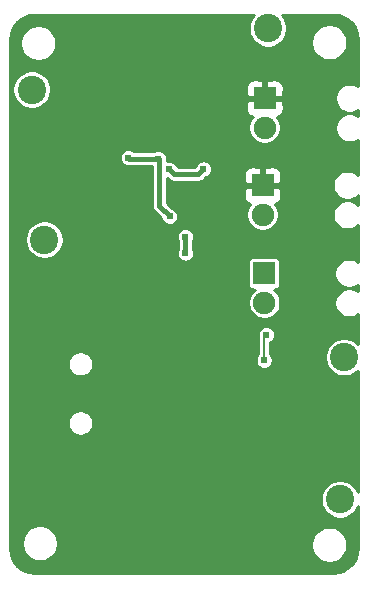
<source format=gbl>
G04 #@! TF.GenerationSoftware,KiCad,Pcbnew,(5.1.9-0-10_14)*
G04 #@! TF.CreationDate,2021-03-21T12:23:30-04:00*
G04 #@! TF.ProjectId,Antoinette_PowerBank,416e746f-696e-4657-9474-655f506f7765,rev?*
G04 #@! TF.SameCoordinates,Original*
G04 #@! TF.FileFunction,Copper,L2,Bot*
G04 #@! TF.FilePolarity,Positive*
%FSLAX46Y46*%
G04 Gerber Fmt 4.6, Leading zero omitted, Abs format (unit mm)*
G04 Created by KiCad (PCBNEW (5.1.9-0-10_14)) date 2021-03-21 12:23:30*
%MOMM*%
%LPD*%
G01*
G04 APERTURE LIST*
G04 #@! TA.AperFunction,ComponentPad*
%ADD10C,2.400000*%
G04 #@! TD*
G04 #@! TA.AperFunction,ComponentPad*
%ADD11R,1.900000X1.900000*%
G04 #@! TD*
G04 #@! TA.AperFunction,ComponentPad*
%ADD12C,1.900000*%
G04 #@! TD*
G04 #@! TA.AperFunction,ViaPad*
%ADD13C,0.609600*%
G04 #@! TD*
G04 #@! TA.AperFunction,Conductor*
%ADD14C,0.400000*%
G04 #@! TD*
G04 #@! TA.AperFunction,Conductor*
%ADD15C,0.152400*%
G04 #@! TD*
G04 #@! TA.AperFunction,Conductor*
%ADD16C,0.254000*%
G04 #@! TD*
G04 #@! TA.AperFunction,Conductor*
%ADD17C,0.100000*%
G04 #@! TD*
G04 APERTURE END LIST*
D10*
G04 #@! TO.P,TP1,1*
G04 #@! TO.N,VBUS*
X92456000Y-31394400D03*
G04 #@! TD*
G04 #@! TO.P,TP2,1*
G04 #@! TO.N,/Battery+*
X72453500Y-36576000D03*
G04 #@! TD*
G04 #@! TO.P,TP3,1*
G04 #@! TO.N,+BATT*
X98552000Y-71272400D03*
G04 #@! TD*
G04 #@! TO.P,TP4,1*
G04 #@! TO.N,Net-(J5-Pad1)*
X98907600Y-59232800D03*
G04 #@! TD*
G04 #@! TO.P,TP5,1*
G04 #@! TO.N,Net-(Q1-Pad1)*
X73533000Y-49276000D03*
G04 #@! TD*
D11*
G04 #@! TO.P,J1,1*
G04 #@! TO.N,GND*
X92189300Y-37312600D03*
D12*
G04 #@! TO.P,J1,2*
G04 #@! TO.N,/16KThermistor*
X92189300Y-39812600D03*
G04 #@! TD*
D11*
G04 #@! TO.P,J3,1*
G04 #@! TO.N,GND*
X91998800Y-44678600D03*
D12*
G04 #@! TO.P,J3,2*
G04 #@! TO.N,Net-(F1-Pad1)*
X91998800Y-47178600D03*
G04 #@! TD*
D11*
G04 #@! TO.P,J5,1*
G04 #@! TO.N,Net-(J5-Pad1)*
X92138500Y-52133500D03*
D12*
G04 #@! TO.P,J5,2*
G04 #@! TO.N,/switch*
X92138500Y-54633500D03*
G04 #@! TD*
D13*
G04 #@! TO.N,GND*
X91795600Y-69392800D03*
X79298800Y-77368400D03*
X84988400Y-76098400D03*
X88696800Y-76047600D03*
X77724000Y-71564500D03*
X74104500Y-54356000D03*
X88074500Y-39306500D03*
X84315300Y-63957200D03*
X88011000Y-60071000D03*
X88328500Y-43815000D03*
X78714600Y-42824400D03*
X76949300Y-31076900D03*
X79349600Y-31076900D03*
X78359000Y-48069500D03*
X70866000Y-37909500D03*
G04 #@! TO.N,VBUS*
X84137500Y-47307500D03*
X80645000Y-42354500D03*
X83185000Y-42418000D03*
G04 #@! TO.N,+BATT*
X85471000Y-49022000D03*
X85471000Y-50419000D03*
G04 #@! TO.N,/16KThermistor*
X84099400Y-43332400D03*
X86995000Y-43307000D03*
G04 #@! TO.N,/switch*
X92329000Y-57340500D03*
X92138500Y-59499500D03*
G04 #@! TD*
D14*
G04 #@! TO.N,VBUS*
X80708500Y-42418000D02*
X80645000Y-42354500D01*
X83185000Y-42418000D02*
X80708500Y-42418000D01*
X83248500Y-46418500D02*
X83248500Y-42481500D01*
X83248500Y-42481500D02*
X83185000Y-42418000D01*
X84137500Y-47307500D02*
X83248500Y-46418500D01*
G04 #@! TO.N,+BATT*
X85471000Y-50355500D02*
X85471000Y-49085500D01*
G04 #@! TO.N,/16KThermistor*
X86562937Y-43761009D02*
X86995000Y-43328946D01*
X86995000Y-43328946D02*
X86995000Y-43307000D01*
X84528009Y-43761009D02*
X86562937Y-43761009D01*
X84099400Y-43332400D02*
X84528009Y-43761009D01*
D15*
G04 #@! TO.N,/switch*
X92265500Y-57404000D02*
X92329000Y-57340500D01*
X92138500Y-57531000D02*
X92329000Y-57340500D01*
X92138500Y-59499500D02*
X92138500Y-57531000D01*
G04 #@! TD*
D16*
G04 #@! TO.N,GND*
X91192227Y-30357248D02*
X91014172Y-30623727D01*
X90891525Y-30919822D01*
X90829000Y-31234155D01*
X90829000Y-31554645D01*
X90891525Y-31868978D01*
X91014172Y-32165073D01*
X91192227Y-32431552D01*
X91418848Y-32658173D01*
X91685327Y-32836228D01*
X91981422Y-32958875D01*
X92295755Y-33021400D01*
X92616245Y-33021400D01*
X92930578Y-32958875D01*
X93226673Y-32836228D01*
X93493152Y-32658173D01*
X93719773Y-32431552D01*
X93724081Y-32425104D01*
X96136000Y-32425104D01*
X96136000Y-32725896D01*
X96194681Y-33020910D01*
X96309790Y-33298806D01*
X96476901Y-33548906D01*
X96689594Y-33761599D01*
X96939694Y-33928710D01*
X97217590Y-34043819D01*
X97512604Y-34102500D01*
X97813396Y-34102500D01*
X98108410Y-34043819D01*
X98386306Y-33928710D01*
X98636406Y-33761599D01*
X98849099Y-33548906D01*
X99016210Y-33298806D01*
X99131319Y-33020910D01*
X99190000Y-32725896D01*
X99190000Y-32425104D01*
X99131319Y-32130090D01*
X99016210Y-31852194D01*
X98849099Y-31602094D01*
X98636406Y-31389401D01*
X98386306Y-31222290D01*
X98108410Y-31107181D01*
X97813396Y-31048500D01*
X97512604Y-31048500D01*
X97217590Y-31107181D01*
X96939694Y-31222290D01*
X96689594Y-31389401D01*
X96476901Y-31602094D01*
X96309790Y-31852194D01*
X96194681Y-32130090D01*
X96136000Y-32425104D01*
X93724081Y-32425104D01*
X93897828Y-32165073D01*
X94020475Y-31868978D01*
X94083000Y-31554645D01*
X94083000Y-31234155D01*
X94020475Y-30919822D01*
X93897828Y-30623727D01*
X93719773Y-30357248D01*
X93623526Y-30261001D01*
X98030657Y-30261001D01*
X98446939Y-30301818D01*
X98822569Y-30415228D01*
X99169012Y-30599435D01*
X99473080Y-30847427D01*
X99723190Y-31149758D01*
X99909813Y-31494911D01*
X100025843Y-31869742D01*
X100069434Y-32284487D01*
X100069434Y-36304714D01*
X99950502Y-36225247D01*
X99727203Y-36132753D01*
X99490149Y-36085600D01*
X99248451Y-36085600D01*
X99011397Y-36132753D01*
X98788098Y-36225247D01*
X98587133Y-36359527D01*
X98416227Y-36530433D01*
X98281947Y-36731398D01*
X98189453Y-36954697D01*
X98142300Y-37191751D01*
X98142300Y-37433449D01*
X98189453Y-37670503D01*
X98281947Y-37893802D01*
X98416227Y-38094767D01*
X98587133Y-38265673D01*
X98788098Y-38399953D01*
X99011397Y-38492447D01*
X99248451Y-38539600D01*
X99490149Y-38539600D01*
X99727203Y-38492447D01*
X99950502Y-38399953D01*
X100069434Y-38320486D01*
X100069434Y-38804714D01*
X99950502Y-38725247D01*
X99727203Y-38632753D01*
X99490149Y-38585600D01*
X99248451Y-38585600D01*
X99011397Y-38632753D01*
X98788098Y-38725247D01*
X98587133Y-38859527D01*
X98416227Y-39030433D01*
X98281947Y-39231398D01*
X98189453Y-39454697D01*
X98142300Y-39691751D01*
X98142300Y-39933449D01*
X98189453Y-40170503D01*
X98281947Y-40393802D01*
X98416227Y-40594767D01*
X98587133Y-40765673D01*
X98788098Y-40899953D01*
X99011397Y-40992447D01*
X99248451Y-41039600D01*
X99490149Y-41039600D01*
X99727203Y-40992447D01*
X99950502Y-40899953D01*
X100069434Y-40820486D01*
X100069434Y-43833994D01*
X99960967Y-43725527D01*
X99760002Y-43591247D01*
X99536703Y-43498753D01*
X99299649Y-43451600D01*
X99057951Y-43451600D01*
X98820897Y-43498753D01*
X98597598Y-43591247D01*
X98396633Y-43725527D01*
X98225727Y-43896433D01*
X98091447Y-44097398D01*
X97998953Y-44320697D01*
X97951800Y-44557751D01*
X97951800Y-44799449D01*
X97998953Y-45036503D01*
X98091447Y-45259802D01*
X98225727Y-45460767D01*
X98396633Y-45631673D01*
X98597598Y-45765953D01*
X98820897Y-45858447D01*
X99057951Y-45905600D01*
X99299649Y-45905600D01*
X99536703Y-45858447D01*
X99760002Y-45765953D01*
X99960967Y-45631673D01*
X100069434Y-45523206D01*
X100069434Y-46333994D01*
X99960967Y-46225527D01*
X99760002Y-46091247D01*
X99536703Y-45998753D01*
X99299649Y-45951600D01*
X99057951Y-45951600D01*
X98820897Y-45998753D01*
X98597598Y-46091247D01*
X98396633Y-46225527D01*
X98225727Y-46396433D01*
X98091447Y-46597398D01*
X97998953Y-46820697D01*
X97951800Y-47057751D01*
X97951800Y-47299449D01*
X97998953Y-47536503D01*
X98091447Y-47759802D01*
X98225727Y-47960767D01*
X98396633Y-48131673D01*
X98597598Y-48265953D01*
X98820897Y-48358447D01*
X99057951Y-48405600D01*
X99299649Y-48405600D01*
X99536703Y-48358447D01*
X99760002Y-48265953D01*
X99960967Y-48131673D01*
X100069434Y-48023206D01*
X100069434Y-51159558D01*
X99899702Y-51046147D01*
X99676403Y-50953653D01*
X99439349Y-50906500D01*
X99197651Y-50906500D01*
X98960597Y-50953653D01*
X98737298Y-51046147D01*
X98536333Y-51180427D01*
X98365427Y-51351333D01*
X98231147Y-51552298D01*
X98138653Y-51775597D01*
X98091500Y-52012651D01*
X98091500Y-52254349D01*
X98138653Y-52491403D01*
X98231147Y-52714702D01*
X98365427Y-52915667D01*
X98536333Y-53086573D01*
X98737298Y-53220853D01*
X98960597Y-53313347D01*
X99197651Y-53360500D01*
X99439349Y-53360500D01*
X99676403Y-53313347D01*
X99899702Y-53220853D01*
X100069434Y-53107442D01*
X100069434Y-53659558D01*
X99899702Y-53546147D01*
X99676403Y-53453653D01*
X99439349Y-53406500D01*
X99197651Y-53406500D01*
X98960597Y-53453653D01*
X98737298Y-53546147D01*
X98536333Y-53680427D01*
X98365427Y-53851333D01*
X98231147Y-54052298D01*
X98138653Y-54275597D01*
X98091500Y-54512651D01*
X98091500Y-54754349D01*
X98138653Y-54991403D01*
X98231147Y-55214702D01*
X98365427Y-55415667D01*
X98536333Y-55586573D01*
X98737298Y-55720853D01*
X98960597Y-55813347D01*
X99197651Y-55860500D01*
X99439349Y-55860500D01*
X99676403Y-55813347D01*
X99899702Y-55720853D01*
X100069433Y-55607443D01*
X100069433Y-58093708D01*
X99944752Y-57969027D01*
X99678273Y-57790972D01*
X99382178Y-57668325D01*
X99067845Y-57605800D01*
X98747355Y-57605800D01*
X98433022Y-57668325D01*
X98136927Y-57790972D01*
X97870448Y-57969027D01*
X97643827Y-58195648D01*
X97465772Y-58462127D01*
X97343125Y-58758222D01*
X97280600Y-59072555D01*
X97280600Y-59393045D01*
X97343125Y-59707378D01*
X97465772Y-60003473D01*
X97643827Y-60269952D01*
X97870448Y-60496573D01*
X98136927Y-60674628D01*
X98433022Y-60797275D01*
X98747355Y-60859800D01*
X99067845Y-60859800D01*
X99382178Y-60797275D01*
X99678273Y-60674628D01*
X99944752Y-60496573D01*
X100069433Y-60371892D01*
X100069433Y-70684253D01*
X99993828Y-70501727D01*
X99815773Y-70235248D01*
X99589152Y-70008627D01*
X99322673Y-69830572D01*
X99026578Y-69707925D01*
X98712245Y-69645400D01*
X98391755Y-69645400D01*
X98077422Y-69707925D01*
X97781327Y-69830572D01*
X97514848Y-70008627D01*
X97288227Y-70235248D01*
X97110172Y-70501727D01*
X96987525Y-70797822D01*
X96925000Y-71112155D01*
X96925000Y-71432645D01*
X96987525Y-71746978D01*
X97110172Y-72043073D01*
X97288227Y-72309552D01*
X97514848Y-72536173D01*
X97781327Y-72714228D01*
X98077422Y-72836875D01*
X98391755Y-72899400D01*
X98712245Y-72899400D01*
X99026578Y-72836875D01*
X99322673Y-72714228D01*
X99589152Y-72536173D01*
X99815773Y-72309552D01*
X99993828Y-72043073D01*
X100069433Y-71860547D01*
X100069433Y-75428224D01*
X100028616Y-75844505D01*
X99915209Y-76220129D01*
X99731001Y-76566575D01*
X99483007Y-76870647D01*
X99180676Y-77120757D01*
X98835523Y-77307380D01*
X98460693Y-77423410D01*
X98045957Y-77467000D01*
X72682210Y-77467000D01*
X72265929Y-77426183D01*
X71890305Y-77312776D01*
X71543859Y-77128568D01*
X71239787Y-76880574D01*
X70989677Y-76578243D01*
X70803054Y-76233090D01*
X70687024Y-75858260D01*
X70643434Y-75443524D01*
X70643434Y-74843104D01*
X71625000Y-74843104D01*
X71625000Y-75143896D01*
X71683681Y-75438910D01*
X71798790Y-75716806D01*
X71965901Y-75966906D01*
X72178594Y-76179599D01*
X72428694Y-76346710D01*
X72706590Y-76461819D01*
X73001604Y-76520500D01*
X73302396Y-76520500D01*
X73597410Y-76461819D01*
X73875306Y-76346710D01*
X74125406Y-76179599D01*
X74338099Y-75966906D01*
X74505210Y-75716806D01*
X74620319Y-75438910D01*
X74679000Y-75143896D01*
X74679000Y-74970104D01*
X96136000Y-74970104D01*
X96136000Y-75270896D01*
X96194681Y-75565910D01*
X96309790Y-75843806D01*
X96476901Y-76093906D01*
X96689594Y-76306599D01*
X96939694Y-76473710D01*
X97217590Y-76588819D01*
X97512604Y-76647500D01*
X97813396Y-76647500D01*
X98108410Y-76588819D01*
X98386306Y-76473710D01*
X98636406Y-76306599D01*
X98849099Y-76093906D01*
X99016210Y-75843806D01*
X99131319Y-75565910D01*
X99190000Y-75270896D01*
X99190000Y-74970104D01*
X99131319Y-74675090D01*
X99016210Y-74397194D01*
X98849099Y-74147094D01*
X98636406Y-73934401D01*
X98386306Y-73767290D01*
X98108410Y-73652181D01*
X97813396Y-73593500D01*
X97512604Y-73593500D01*
X97217590Y-73652181D01*
X96939694Y-73767290D01*
X96689594Y-73934401D01*
X96476901Y-74147094D01*
X96309790Y-74397194D01*
X96194681Y-74675090D01*
X96136000Y-74970104D01*
X74679000Y-74970104D01*
X74679000Y-74843104D01*
X74620319Y-74548090D01*
X74505210Y-74270194D01*
X74338099Y-74020094D01*
X74125406Y-73807401D01*
X73875306Y-73640290D01*
X73597410Y-73525181D01*
X73302396Y-73466500D01*
X73001604Y-73466500D01*
X72706590Y-73525181D01*
X72428694Y-73640290D01*
X72178594Y-73807401D01*
X71965901Y-74020094D01*
X71798790Y-74270194D01*
X71683681Y-74548090D01*
X71625000Y-74843104D01*
X70643434Y-74843104D01*
X70643434Y-64687425D01*
X75504000Y-64687425D01*
X75504000Y-64899575D01*
X75545389Y-65107649D01*
X75626575Y-65303651D01*
X75744440Y-65480047D01*
X75894453Y-65630060D01*
X76070849Y-65747925D01*
X76266851Y-65829111D01*
X76474925Y-65870500D01*
X76687075Y-65870500D01*
X76895149Y-65829111D01*
X77091151Y-65747925D01*
X77267547Y-65630060D01*
X77417560Y-65480047D01*
X77535425Y-65303651D01*
X77616611Y-65107649D01*
X77658000Y-64899575D01*
X77658000Y-64687425D01*
X77616611Y-64479351D01*
X77535425Y-64283349D01*
X77417560Y-64106953D01*
X77267547Y-63956940D01*
X77091151Y-63839075D01*
X76895149Y-63757889D01*
X76687075Y-63716500D01*
X76474925Y-63716500D01*
X76266851Y-63757889D01*
X76070849Y-63839075D01*
X75894453Y-63956940D01*
X75744440Y-64106953D01*
X75626575Y-64283349D01*
X75545389Y-64479351D01*
X75504000Y-64687425D01*
X70643434Y-64687425D01*
X70643434Y-59687425D01*
X75504000Y-59687425D01*
X75504000Y-59899575D01*
X75545389Y-60107649D01*
X75626575Y-60303651D01*
X75744440Y-60480047D01*
X75894453Y-60630060D01*
X76070849Y-60747925D01*
X76266851Y-60829111D01*
X76474925Y-60870500D01*
X76687075Y-60870500D01*
X76895149Y-60829111D01*
X77091151Y-60747925D01*
X77267547Y-60630060D01*
X77417560Y-60480047D01*
X77535425Y-60303651D01*
X77616611Y-60107649D01*
X77658000Y-59899575D01*
X77658000Y-59687425D01*
X77616611Y-59479351D01*
X77595103Y-59427424D01*
X91406700Y-59427424D01*
X91406700Y-59571576D01*
X91434823Y-59712958D01*
X91489987Y-59846137D01*
X91570074Y-59965995D01*
X91672005Y-60067926D01*
X91791863Y-60148013D01*
X91925042Y-60203177D01*
X92066424Y-60231300D01*
X92210576Y-60231300D01*
X92351958Y-60203177D01*
X92485137Y-60148013D01*
X92604995Y-60067926D01*
X92706926Y-59965995D01*
X92787013Y-59846137D01*
X92842177Y-59712958D01*
X92870300Y-59571576D01*
X92870300Y-59427424D01*
X92842177Y-59286042D01*
X92787013Y-59152863D01*
X92706926Y-59033005D01*
X92641700Y-58967779D01*
X92641700Y-58003070D01*
X92675637Y-57989013D01*
X92795495Y-57908926D01*
X92897426Y-57806995D01*
X92977513Y-57687137D01*
X93032677Y-57553958D01*
X93060800Y-57412576D01*
X93060800Y-57268424D01*
X93032677Y-57127042D01*
X92977513Y-56993863D01*
X92897426Y-56874005D01*
X92795495Y-56772074D01*
X92675637Y-56691987D01*
X92542458Y-56636823D01*
X92401076Y-56608700D01*
X92256924Y-56608700D01*
X92115542Y-56636823D01*
X91982363Y-56691987D01*
X91862505Y-56772074D01*
X91760574Y-56874005D01*
X91680487Y-56993863D01*
X91625323Y-57127042D01*
X91597200Y-57268424D01*
X91597200Y-57412576D01*
X91625323Y-57553958D01*
X91635301Y-57578047D01*
X91635300Y-58967779D01*
X91570074Y-59033005D01*
X91489987Y-59152863D01*
X91434823Y-59286042D01*
X91406700Y-59427424D01*
X77595103Y-59427424D01*
X77535425Y-59283349D01*
X77417560Y-59106953D01*
X77267547Y-58956940D01*
X77091151Y-58839075D01*
X76895149Y-58757889D01*
X76687075Y-58716500D01*
X76474925Y-58716500D01*
X76266851Y-58757889D01*
X76070849Y-58839075D01*
X75894453Y-58956940D01*
X75744440Y-59106953D01*
X75626575Y-59283349D01*
X75545389Y-59479351D01*
X75504000Y-59687425D01*
X70643434Y-59687425D01*
X70643434Y-51183500D01*
X90759434Y-51183500D01*
X90759434Y-53083500D01*
X90767678Y-53167207D01*
X90792095Y-53247696D01*
X90831745Y-53321876D01*
X90885105Y-53386895D01*
X90950124Y-53440255D01*
X91024304Y-53479905D01*
X91104793Y-53504322D01*
X91188500Y-53512566D01*
X91337561Y-53512566D01*
X91260713Y-53563914D01*
X91068914Y-53755713D01*
X90918218Y-53981246D01*
X90814417Y-54231844D01*
X90761500Y-54497877D01*
X90761500Y-54769123D01*
X90814417Y-55035156D01*
X90918218Y-55285754D01*
X91068914Y-55511287D01*
X91260713Y-55703086D01*
X91486246Y-55853782D01*
X91736844Y-55957583D01*
X92002877Y-56010500D01*
X92274123Y-56010500D01*
X92540156Y-55957583D01*
X92790754Y-55853782D01*
X93016287Y-55703086D01*
X93208086Y-55511287D01*
X93358782Y-55285754D01*
X93462583Y-55035156D01*
X93515500Y-54769123D01*
X93515500Y-54497877D01*
X93462583Y-54231844D01*
X93358782Y-53981246D01*
X93208086Y-53755713D01*
X93016287Y-53563914D01*
X92939439Y-53512566D01*
X93088500Y-53512566D01*
X93172207Y-53504322D01*
X93252696Y-53479905D01*
X93326876Y-53440255D01*
X93391895Y-53386895D01*
X93445255Y-53321876D01*
X93484905Y-53247696D01*
X93509322Y-53167207D01*
X93517566Y-53083500D01*
X93517566Y-51183500D01*
X93509322Y-51099793D01*
X93484905Y-51019304D01*
X93445255Y-50945124D01*
X93391895Y-50880105D01*
X93326876Y-50826745D01*
X93252696Y-50787095D01*
X93172207Y-50762678D01*
X93088500Y-50754434D01*
X91188500Y-50754434D01*
X91104793Y-50762678D01*
X91024304Y-50787095D01*
X90950124Y-50826745D01*
X90885105Y-50880105D01*
X90831745Y-50945124D01*
X90792095Y-51019304D01*
X90767678Y-51099793D01*
X90759434Y-51183500D01*
X70643434Y-51183500D01*
X70643434Y-49115755D01*
X71906000Y-49115755D01*
X71906000Y-49436245D01*
X71968525Y-49750578D01*
X72091172Y-50046673D01*
X72269227Y-50313152D01*
X72495848Y-50539773D01*
X72762327Y-50717828D01*
X73058422Y-50840475D01*
X73372755Y-50903000D01*
X73693245Y-50903000D01*
X74007578Y-50840475D01*
X74303673Y-50717828D01*
X74570152Y-50539773D01*
X74796773Y-50313152D01*
X74974828Y-50046673D01*
X75097475Y-49750578D01*
X75160000Y-49436245D01*
X75160000Y-49115755D01*
X75127015Y-48949924D01*
X84739200Y-48949924D01*
X84739200Y-49094076D01*
X84767323Y-49235458D01*
X84822487Y-49368637D01*
X84844001Y-49400834D01*
X84844000Y-50040166D01*
X84822487Y-50072363D01*
X84767323Y-50205542D01*
X84739200Y-50346924D01*
X84739200Y-50491076D01*
X84767323Y-50632458D01*
X84822487Y-50765637D01*
X84902574Y-50885495D01*
X85004505Y-50987426D01*
X85124363Y-51067513D01*
X85257542Y-51122677D01*
X85398924Y-51150800D01*
X85543076Y-51150800D01*
X85684458Y-51122677D01*
X85817637Y-51067513D01*
X85937495Y-50987426D01*
X86039426Y-50885495D01*
X86119513Y-50765637D01*
X86174677Y-50632458D01*
X86202800Y-50491076D01*
X86202800Y-50346924D01*
X86174677Y-50205542D01*
X86119513Y-50072363D01*
X86098000Y-50040167D01*
X86098000Y-49400833D01*
X86119513Y-49368637D01*
X86174677Y-49235458D01*
X86202800Y-49094076D01*
X86202800Y-48949924D01*
X86174677Y-48808542D01*
X86119513Y-48675363D01*
X86039426Y-48555505D01*
X85937495Y-48453574D01*
X85817637Y-48373487D01*
X85684458Y-48318323D01*
X85543076Y-48290200D01*
X85398924Y-48290200D01*
X85257542Y-48318323D01*
X85124363Y-48373487D01*
X85004505Y-48453574D01*
X84902574Y-48555505D01*
X84822487Y-48675363D01*
X84767323Y-48808542D01*
X84739200Y-48949924D01*
X75127015Y-48949924D01*
X75097475Y-48801422D01*
X74974828Y-48505327D01*
X74796773Y-48238848D01*
X74570152Y-48012227D01*
X74303673Y-47834172D01*
X74007578Y-47711525D01*
X73693245Y-47649000D01*
X73372755Y-47649000D01*
X73058422Y-47711525D01*
X72762327Y-47834172D01*
X72495848Y-48012227D01*
X72269227Y-48238848D01*
X72091172Y-48505327D01*
X71968525Y-48801422D01*
X71906000Y-49115755D01*
X70643434Y-49115755D01*
X70643434Y-42282424D01*
X79913200Y-42282424D01*
X79913200Y-42426576D01*
X79941323Y-42567958D01*
X79996487Y-42701137D01*
X80076574Y-42820995D01*
X80178505Y-42922926D01*
X80298363Y-43003013D01*
X80431542Y-43058177D01*
X80572924Y-43086300D01*
X80717076Y-43086300D01*
X80858458Y-43058177D01*
X80890270Y-43045000D01*
X82621501Y-43045000D01*
X82621500Y-46387706D01*
X82618467Y-46418500D01*
X82621500Y-46449293D01*
X82630573Y-46541412D01*
X82666425Y-46659602D01*
X82724647Y-46768527D01*
X82802999Y-46864001D01*
X82826927Y-46883638D01*
X83426269Y-47482980D01*
X83433823Y-47520958D01*
X83488987Y-47654137D01*
X83569074Y-47773995D01*
X83671005Y-47875926D01*
X83790863Y-47956013D01*
X83924042Y-48011177D01*
X84065424Y-48039300D01*
X84209576Y-48039300D01*
X84350958Y-48011177D01*
X84484137Y-47956013D01*
X84603995Y-47875926D01*
X84705926Y-47773995D01*
X84786013Y-47654137D01*
X84841177Y-47520958D01*
X84869300Y-47379576D01*
X84869300Y-47235424D01*
X84841177Y-47094042D01*
X84786013Y-46960863D01*
X84705926Y-46841005D01*
X84603995Y-46739074D01*
X84484137Y-46658987D01*
X84350958Y-46603823D01*
X84312980Y-46596269D01*
X83875500Y-46158789D01*
X83875500Y-45628600D01*
X90410728Y-45628600D01*
X90422988Y-45753082D01*
X90459298Y-45872780D01*
X90518263Y-45983094D01*
X90597615Y-46079785D01*
X90694306Y-46159137D01*
X90804620Y-46218102D01*
X90924318Y-46254412D01*
X90971016Y-46259011D01*
X90929214Y-46300813D01*
X90778518Y-46526346D01*
X90674717Y-46776944D01*
X90621800Y-47042977D01*
X90621800Y-47314223D01*
X90674717Y-47580256D01*
X90778518Y-47830854D01*
X90929214Y-48056387D01*
X91121013Y-48248186D01*
X91346546Y-48398882D01*
X91597144Y-48502683D01*
X91863177Y-48555600D01*
X92134423Y-48555600D01*
X92400456Y-48502683D01*
X92651054Y-48398882D01*
X92876587Y-48248186D01*
X93068386Y-48056387D01*
X93219082Y-47830854D01*
X93322883Y-47580256D01*
X93375800Y-47314223D01*
X93375800Y-47042977D01*
X93322883Y-46776944D01*
X93219082Y-46526346D01*
X93068386Y-46300813D01*
X93026584Y-46259011D01*
X93073282Y-46254412D01*
X93192980Y-46218102D01*
X93303294Y-46159137D01*
X93399985Y-46079785D01*
X93479337Y-45983094D01*
X93538302Y-45872780D01*
X93574612Y-45753082D01*
X93586872Y-45628600D01*
X93583800Y-44964350D01*
X93425050Y-44805600D01*
X92125800Y-44805600D01*
X92125800Y-44825600D01*
X91871800Y-44825600D01*
X91871800Y-44805600D01*
X90572550Y-44805600D01*
X90413800Y-44964350D01*
X90410728Y-45628600D01*
X83875500Y-45628600D01*
X83875500Y-44031752D01*
X83885942Y-44036077D01*
X83923920Y-44043631D01*
X84062875Y-44182587D01*
X84082508Y-44206510D01*
X84177981Y-44284862D01*
X84286906Y-44343084D01*
X84405096Y-44378936D01*
X84528009Y-44391042D01*
X84558803Y-44388009D01*
X86532143Y-44388009D01*
X86562937Y-44391042D01*
X86593731Y-44388009D01*
X86685850Y-44378936D01*
X86804040Y-44343084D01*
X86912965Y-44284862D01*
X87008438Y-44206510D01*
X87028075Y-44182582D01*
X87197875Y-44012782D01*
X87208458Y-44010677D01*
X87341637Y-43955513D01*
X87461495Y-43875426D01*
X87563426Y-43773495D01*
X87593424Y-43728600D01*
X90410728Y-43728600D01*
X90413800Y-44392850D01*
X90572550Y-44551600D01*
X91871800Y-44551600D01*
X91871800Y-43252350D01*
X92125800Y-43252350D01*
X92125800Y-44551600D01*
X93425050Y-44551600D01*
X93583800Y-44392850D01*
X93586872Y-43728600D01*
X93574612Y-43604118D01*
X93538302Y-43484420D01*
X93479337Y-43374106D01*
X93399985Y-43277415D01*
X93303294Y-43198063D01*
X93192980Y-43139098D01*
X93073282Y-43102788D01*
X92948800Y-43090528D01*
X92284550Y-43093600D01*
X92125800Y-43252350D01*
X91871800Y-43252350D01*
X91713050Y-43093600D01*
X91048800Y-43090528D01*
X90924318Y-43102788D01*
X90804620Y-43139098D01*
X90694306Y-43198063D01*
X90597615Y-43277415D01*
X90518263Y-43374106D01*
X90459298Y-43484420D01*
X90422988Y-43604118D01*
X90410728Y-43728600D01*
X87593424Y-43728600D01*
X87643513Y-43653637D01*
X87698677Y-43520458D01*
X87726800Y-43379076D01*
X87726800Y-43234924D01*
X87698677Y-43093542D01*
X87643513Y-42960363D01*
X87563426Y-42840505D01*
X87461495Y-42738574D01*
X87341637Y-42658487D01*
X87208458Y-42603323D01*
X87067076Y-42575200D01*
X86922924Y-42575200D01*
X86781542Y-42603323D01*
X86648363Y-42658487D01*
X86528505Y-42738574D01*
X86426574Y-42840505D01*
X86346487Y-42960363D01*
X86291323Y-43093542D01*
X86283274Y-43134009D01*
X84806074Y-43134009D01*
X84803077Y-43118942D01*
X84747913Y-42985763D01*
X84667826Y-42865905D01*
X84565895Y-42763974D01*
X84446037Y-42683887D01*
X84312858Y-42628723D01*
X84171476Y-42600600D01*
X84027324Y-42600600D01*
X83889356Y-42628044D01*
X83916800Y-42490076D01*
X83916800Y-42345924D01*
X83888677Y-42204542D01*
X83833513Y-42071363D01*
X83753426Y-41951505D01*
X83651495Y-41849574D01*
X83531637Y-41769487D01*
X83398458Y-41714323D01*
X83257076Y-41686200D01*
X83112924Y-41686200D01*
X82971542Y-41714323D01*
X82838363Y-41769487D01*
X82806167Y-41791000D01*
X81116421Y-41791000D01*
X81111495Y-41786074D01*
X80991637Y-41705987D01*
X80858458Y-41650823D01*
X80717076Y-41622700D01*
X80572924Y-41622700D01*
X80431542Y-41650823D01*
X80298363Y-41705987D01*
X80178505Y-41786074D01*
X80076574Y-41888005D01*
X79996487Y-42007863D01*
X79941323Y-42141042D01*
X79913200Y-42282424D01*
X70643434Y-42282424D01*
X70643434Y-38262600D01*
X90601228Y-38262600D01*
X90613488Y-38387082D01*
X90649798Y-38506780D01*
X90708763Y-38617094D01*
X90788115Y-38713785D01*
X90884806Y-38793137D01*
X90995120Y-38852102D01*
X91114818Y-38888412D01*
X91161516Y-38893011D01*
X91119714Y-38934813D01*
X90969018Y-39160346D01*
X90865217Y-39410944D01*
X90812300Y-39676977D01*
X90812300Y-39948223D01*
X90865217Y-40214256D01*
X90969018Y-40464854D01*
X91119714Y-40690387D01*
X91311513Y-40882186D01*
X91537046Y-41032882D01*
X91787644Y-41136683D01*
X92053677Y-41189600D01*
X92324923Y-41189600D01*
X92590956Y-41136683D01*
X92841554Y-41032882D01*
X93067087Y-40882186D01*
X93258886Y-40690387D01*
X93409582Y-40464854D01*
X93513383Y-40214256D01*
X93566300Y-39948223D01*
X93566300Y-39676977D01*
X93513383Y-39410944D01*
X93409582Y-39160346D01*
X93258886Y-38934813D01*
X93217084Y-38893011D01*
X93263782Y-38888412D01*
X93383480Y-38852102D01*
X93493794Y-38793137D01*
X93590485Y-38713785D01*
X93669837Y-38617094D01*
X93728802Y-38506780D01*
X93765112Y-38387082D01*
X93777372Y-38262600D01*
X93774300Y-37598350D01*
X93615550Y-37439600D01*
X92316300Y-37439600D01*
X92316300Y-37459600D01*
X92062300Y-37459600D01*
X92062300Y-37439600D01*
X90763050Y-37439600D01*
X90604300Y-37598350D01*
X90601228Y-38262600D01*
X70643434Y-38262600D01*
X70643434Y-36415755D01*
X70826500Y-36415755D01*
X70826500Y-36736245D01*
X70889025Y-37050578D01*
X71011672Y-37346673D01*
X71189727Y-37613152D01*
X71416348Y-37839773D01*
X71682827Y-38017828D01*
X71978922Y-38140475D01*
X72293255Y-38203000D01*
X72613745Y-38203000D01*
X72928078Y-38140475D01*
X73224173Y-38017828D01*
X73490652Y-37839773D01*
X73717273Y-37613152D01*
X73895328Y-37346673D01*
X74017975Y-37050578D01*
X74080500Y-36736245D01*
X74080500Y-36415755D01*
X74069927Y-36362600D01*
X90601228Y-36362600D01*
X90604300Y-37026850D01*
X90763050Y-37185600D01*
X92062300Y-37185600D01*
X92062300Y-35886350D01*
X92316300Y-35886350D01*
X92316300Y-37185600D01*
X93615550Y-37185600D01*
X93774300Y-37026850D01*
X93777372Y-36362600D01*
X93765112Y-36238118D01*
X93728802Y-36118420D01*
X93669837Y-36008106D01*
X93590485Y-35911415D01*
X93493794Y-35832063D01*
X93383480Y-35773098D01*
X93263782Y-35736788D01*
X93139300Y-35724528D01*
X92475050Y-35727600D01*
X92316300Y-35886350D01*
X92062300Y-35886350D01*
X91903550Y-35727600D01*
X91239300Y-35724528D01*
X91114818Y-35736788D01*
X90995120Y-35773098D01*
X90884806Y-35832063D01*
X90788115Y-35911415D01*
X90708763Y-36008106D01*
X90649798Y-36118420D01*
X90613488Y-36238118D01*
X90601228Y-36362600D01*
X74069927Y-36362600D01*
X74017975Y-36101422D01*
X73895328Y-35805327D01*
X73717273Y-35538848D01*
X73490652Y-35312227D01*
X73224173Y-35134172D01*
X72928078Y-35011525D01*
X72613745Y-34949000D01*
X72293255Y-34949000D01*
X71978922Y-35011525D01*
X71682827Y-35134172D01*
X71416348Y-35312227D01*
X71189727Y-35538848D01*
X71011672Y-35805327D01*
X70889025Y-36101422D01*
X70826500Y-36415755D01*
X70643434Y-36415755D01*
X70643434Y-32488604D01*
X71498000Y-32488604D01*
X71498000Y-32789396D01*
X71556681Y-33084410D01*
X71671790Y-33362306D01*
X71838901Y-33612406D01*
X72051594Y-33825099D01*
X72301694Y-33992210D01*
X72579590Y-34107319D01*
X72874604Y-34166000D01*
X73175396Y-34166000D01*
X73470410Y-34107319D01*
X73748306Y-33992210D01*
X73998406Y-33825099D01*
X74211099Y-33612406D01*
X74378210Y-33362306D01*
X74493319Y-33084410D01*
X74552000Y-32789396D01*
X74552000Y-32488604D01*
X74493319Y-32193590D01*
X74378210Y-31915694D01*
X74211099Y-31665594D01*
X73998406Y-31452901D01*
X73748306Y-31285790D01*
X73470410Y-31170681D01*
X73175396Y-31112000D01*
X72874604Y-31112000D01*
X72579590Y-31170681D01*
X72301694Y-31285790D01*
X72051594Y-31452901D01*
X71838901Y-31665594D01*
X71671790Y-31915694D01*
X71556681Y-32193590D01*
X71498000Y-32488604D01*
X70643434Y-32488604D01*
X70643434Y-32299777D01*
X70684251Y-31883495D01*
X70797661Y-31507865D01*
X70981868Y-31161422D01*
X71229860Y-30857354D01*
X71532191Y-30607244D01*
X71877344Y-30420621D01*
X72252175Y-30304591D01*
X72666911Y-30261001D01*
X91288474Y-30261001D01*
X91192227Y-30357248D01*
G04 #@! TA.AperFunction,Conductor*
D17*
G36*
X91192227Y-30357248D02*
G01*
X91014172Y-30623727D01*
X90891525Y-30919822D01*
X90829000Y-31234155D01*
X90829000Y-31554645D01*
X90891525Y-31868978D01*
X91014172Y-32165073D01*
X91192227Y-32431552D01*
X91418848Y-32658173D01*
X91685327Y-32836228D01*
X91981422Y-32958875D01*
X92295755Y-33021400D01*
X92616245Y-33021400D01*
X92930578Y-32958875D01*
X93226673Y-32836228D01*
X93493152Y-32658173D01*
X93719773Y-32431552D01*
X93724081Y-32425104D01*
X96136000Y-32425104D01*
X96136000Y-32725896D01*
X96194681Y-33020910D01*
X96309790Y-33298806D01*
X96476901Y-33548906D01*
X96689594Y-33761599D01*
X96939694Y-33928710D01*
X97217590Y-34043819D01*
X97512604Y-34102500D01*
X97813396Y-34102500D01*
X98108410Y-34043819D01*
X98386306Y-33928710D01*
X98636406Y-33761599D01*
X98849099Y-33548906D01*
X99016210Y-33298806D01*
X99131319Y-33020910D01*
X99190000Y-32725896D01*
X99190000Y-32425104D01*
X99131319Y-32130090D01*
X99016210Y-31852194D01*
X98849099Y-31602094D01*
X98636406Y-31389401D01*
X98386306Y-31222290D01*
X98108410Y-31107181D01*
X97813396Y-31048500D01*
X97512604Y-31048500D01*
X97217590Y-31107181D01*
X96939694Y-31222290D01*
X96689594Y-31389401D01*
X96476901Y-31602094D01*
X96309790Y-31852194D01*
X96194681Y-32130090D01*
X96136000Y-32425104D01*
X93724081Y-32425104D01*
X93897828Y-32165073D01*
X94020475Y-31868978D01*
X94083000Y-31554645D01*
X94083000Y-31234155D01*
X94020475Y-30919822D01*
X93897828Y-30623727D01*
X93719773Y-30357248D01*
X93623526Y-30261001D01*
X98030657Y-30261001D01*
X98446939Y-30301818D01*
X98822569Y-30415228D01*
X99169012Y-30599435D01*
X99473080Y-30847427D01*
X99723190Y-31149758D01*
X99909813Y-31494911D01*
X100025843Y-31869742D01*
X100069434Y-32284487D01*
X100069434Y-36304714D01*
X99950502Y-36225247D01*
X99727203Y-36132753D01*
X99490149Y-36085600D01*
X99248451Y-36085600D01*
X99011397Y-36132753D01*
X98788098Y-36225247D01*
X98587133Y-36359527D01*
X98416227Y-36530433D01*
X98281947Y-36731398D01*
X98189453Y-36954697D01*
X98142300Y-37191751D01*
X98142300Y-37433449D01*
X98189453Y-37670503D01*
X98281947Y-37893802D01*
X98416227Y-38094767D01*
X98587133Y-38265673D01*
X98788098Y-38399953D01*
X99011397Y-38492447D01*
X99248451Y-38539600D01*
X99490149Y-38539600D01*
X99727203Y-38492447D01*
X99950502Y-38399953D01*
X100069434Y-38320486D01*
X100069434Y-38804714D01*
X99950502Y-38725247D01*
X99727203Y-38632753D01*
X99490149Y-38585600D01*
X99248451Y-38585600D01*
X99011397Y-38632753D01*
X98788098Y-38725247D01*
X98587133Y-38859527D01*
X98416227Y-39030433D01*
X98281947Y-39231398D01*
X98189453Y-39454697D01*
X98142300Y-39691751D01*
X98142300Y-39933449D01*
X98189453Y-40170503D01*
X98281947Y-40393802D01*
X98416227Y-40594767D01*
X98587133Y-40765673D01*
X98788098Y-40899953D01*
X99011397Y-40992447D01*
X99248451Y-41039600D01*
X99490149Y-41039600D01*
X99727203Y-40992447D01*
X99950502Y-40899953D01*
X100069434Y-40820486D01*
X100069434Y-43833994D01*
X99960967Y-43725527D01*
X99760002Y-43591247D01*
X99536703Y-43498753D01*
X99299649Y-43451600D01*
X99057951Y-43451600D01*
X98820897Y-43498753D01*
X98597598Y-43591247D01*
X98396633Y-43725527D01*
X98225727Y-43896433D01*
X98091447Y-44097398D01*
X97998953Y-44320697D01*
X97951800Y-44557751D01*
X97951800Y-44799449D01*
X97998953Y-45036503D01*
X98091447Y-45259802D01*
X98225727Y-45460767D01*
X98396633Y-45631673D01*
X98597598Y-45765953D01*
X98820897Y-45858447D01*
X99057951Y-45905600D01*
X99299649Y-45905600D01*
X99536703Y-45858447D01*
X99760002Y-45765953D01*
X99960967Y-45631673D01*
X100069434Y-45523206D01*
X100069434Y-46333994D01*
X99960967Y-46225527D01*
X99760002Y-46091247D01*
X99536703Y-45998753D01*
X99299649Y-45951600D01*
X99057951Y-45951600D01*
X98820897Y-45998753D01*
X98597598Y-46091247D01*
X98396633Y-46225527D01*
X98225727Y-46396433D01*
X98091447Y-46597398D01*
X97998953Y-46820697D01*
X97951800Y-47057751D01*
X97951800Y-47299449D01*
X97998953Y-47536503D01*
X98091447Y-47759802D01*
X98225727Y-47960767D01*
X98396633Y-48131673D01*
X98597598Y-48265953D01*
X98820897Y-48358447D01*
X99057951Y-48405600D01*
X99299649Y-48405600D01*
X99536703Y-48358447D01*
X99760002Y-48265953D01*
X99960967Y-48131673D01*
X100069434Y-48023206D01*
X100069434Y-51159558D01*
X99899702Y-51046147D01*
X99676403Y-50953653D01*
X99439349Y-50906500D01*
X99197651Y-50906500D01*
X98960597Y-50953653D01*
X98737298Y-51046147D01*
X98536333Y-51180427D01*
X98365427Y-51351333D01*
X98231147Y-51552298D01*
X98138653Y-51775597D01*
X98091500Y-52012651D01*
X98091500Y-52254349D01*
X98138653Y-52491403D01*
X98231147Y-52714702D01*
X98365427Y-52915667D01*
X98536333Y-53086573D01*
X98737298Y-53220853D01*
X98960597Y-53313347D01*
X99197651Y-53360500D01*
X99439349Y-53360500D01*
X99676403Y-53313347D01*
X99899702Y-53220853D01*
X100069434Y-53107442D01*
X100069434Y-53659558D01*
X99899702Y-53546147D01*
X99676403Y-53453653D01*
X99439349Y-53406500D01*
X99197651Y-53406500D01*
X98960597Y-53453653D01*
X98737298Y-53546147D01*
X98536333Y-53680427D01*
X98365427Y-53851333D01*
X98231147Y-54052298D01*
X98138653Y-54275597D01*
X98091500Y-54512651D01*
X98091500Y-54754349D01*
X98138653Y-54991403D01*
X98231147Y-55214702D01*
X98365427Y-55415667D01*
X98536333Y-55586573D01*
X98737298Y-55720853D01*
X98960597Y-55813347D01*
X99197651Y-55860500D01*
X99439349Y-55860500D01*
X99676403Y-55813347D01*
X99899702Y-55720853D01*
X100069433Y-55607443D01*
X100069433Y-58093708D01*
X99944752Y-57969027D01*
X99678273Y-57790972D01*
X99382178Y-57668325D01*
X99067845Y-57605800D01*
X98747355Y-57605800D01*
X98433022Y-57668325D01*
X98136927Y-57790972D01*
X97870448Y-57969027D01*
X97643827Y-58195648D01*
X97465772Y-58462127D01*
X97343125Y-58758222D01*
X97280600Y-59072555D01*
X97280600Y-59393045D01*
X97343125Y-59707378D01*
X97465772Y-60003473D01*
X97643827Y-60269952D01*
X97870448Y-60496573D01*
X98136927Y-60674628D01*
X98433022Y-60797275D01*
X98747355Y-60859800D01*
X99067845Y-60859800D01*
X99382178Y-60797275D01*
X99678273Y-60674628D01*
X99944752Y-60496573D01*
X100069433Y-60371892D01*
X100069433Y-70684253D01*
X99993828Y-70501727D01*
X99815773Y-70235248D01*
X99589152Y-70008627D01*
X99322673Y-69830572D01*
X99026578Y-69707925D01*
X98712245Y-69645400D01*
X98391755Y-69645400D01*
X98077422Y-69707925D01*
X97781327Y-69830572D01*
X97514848Y-70008627D01*
X97288227Y-70235248D01*
X97110172Y-70501727D01*
X96987525Y-70797822D01*
X96925000Y-71112155D01*
X96925000Y-71432645D01*
X96987525Y-71746978D01*
X97110172Y-72043073D01*
X97288227Y-72309552D01*
X97514848Y-72536173D01*
X97781327Y-72714228D01*
X98077422Y-72836875D01*
X98391755Y-72899400D01*
X98712245Y-72899400D01*
X99026578Y-72836875D01*
X99322673Y-72714228D01*
X99589152Y-72536173D01*
X99815773Y-72309552D01*
X99993828Y-72043073D01*
X100069433Y-71860547D01*
X100069433Y-75428224D01*
X100028616Y-75844505D01*
X99915209Y-76220129D01*
X99731001Y-76566575D01*
X99483007Y-76870647D01*
X99180676Y-77120757D01*
X98835523Y-77307380D01*
X98460693Y-77423410D01*
X98045957Y-77467000D01*
X72682210Y-77467000D01*
X72265929Y-77426183D01*
X71890305Y-77312776D01*
X71543859Y-77128568D01*
X71239787Y-76880574D01*
X70989677Y-76578243D01*
X70803054Y-76233090D01*
X70687024Y-75858260D01*
X70643434Y-75443524D01*
X70643434Y-74843104D01*
X71625000Y-74843104D01*
X71625000Y-75143896D01*
X71683681Y-75438910D01*
X71798790Y-75716806D01*
X71965901Y-75966906D01*
X72178594Y-76179599D01*
X72428694Y-76346710D01*
X72706590Y-76461819D01*
X73001604Y-76520500D01*
X73302396Y-76520500D01*
X73597410Y-76461819D01*
X73875306Y-76346710D01*
X74125406Y-76179599D01*
X74338099Y-75966906D01*
X74505210Y-75716806D01*
X74620319Y-75438910D01*
X74679000Y-75143896D01*
X74679000Y-74970104D01*
X96136000Y-74970104D01*
X96136000Y-75270896D01*
X96194681Y-75565910D01*
X96309790Y-75843806D01*
X96476901Y-76093906D01*
X96689594Y-76306599D01*
X96939694Y-76473710D01*
X97217590Y-76588819D01*
X97512604Y-76647500D01*
X97813396Y-76647500D01*
X98108410Y-76588819D01*
X98386306Y-76473710D01*
X98636406Y-76306599D01*
X98849099Y-76093906D01*
X99016210Y-75843806D01*
X99131319Y-75565910D01*
X99190000Y-75270896D01*
X99190000Y-74970104D01*
X99131319Y-74675090D01*
X99016210Y-74397194D01*
X98849099Y-74147094D01*
X98636406Y-73934401D01*
X98386306Y-73767290D01*
X98108410Y-73652181D01*
X97813396Y-73593500D01*
X97512604Y-73593500D01*
X97217590Y-73652181D01*
X96939694Y-73767290D01*
X96689594Y-73934401D01*
X96476901Y-74147094D01*
X96309790Y-74397194D01*
X96194681Y-74675090D01*
X96136000Y-74970104D01*
X74679000Y-74970104D01*
X74679000Y-74843104D01*
X74620319Y-74548090D01*
X74505210Y-74270194D01*
X74338099Y-74020094D01*
X74125406Y-73807401D01*
X73875306Y-73640290D01*
X73597410Y-73525181D01*
X73302396Y-73466500D01*
X73001604Y-73466500D01*
X72706590Y-73525181D01*
X72428694Y-73640290D01*
X72178594Y-73807401D01*
X71965901Y-74020094D01*
X71798790Y-74270194D01*
X71683681Y-74548090D01*
X71625000Y-74843104D01*
X70643434Y-74843104D01*
X70643434Y-64687425D01*
X75504000Y-64687425D01*
X75504000Y-64899575D01*
X75545389Y-65107649D01*
X75626575Y-65303651D01*
X75744440Y-65480047D01*
X75894453Y-65630060D01*
X76070849Y-65747925D01*
X76266851Y-65829111D01*
X76474925Y-65870500D01*
X76687075Y-65870500D01*
X76895149Y-65829111D01*
X77091151Y-65747925D01*
X77267547Y-65630060D01*
X77417560Y-65480047D01*
X77535425Y-65303651D01*
X77616611Y-65107649D01*
X77658000Y-64899575D01*
X77658000Y-64687425D01*
X77616611Y-64479351D01*
X77535425Y-64283349D01*
X77417560Y-64106953D01*
X77267547Y-63956940D01*
X77091151Y-63839075D01*
X76895149Y-63757889D01*
X76687075Y-63716500D01*
X76474925Y-63716500D01*
X76266851Y-63757889D01*
X76070849Y-63839075D01*
X75894453Y-63956940D01*
X75744440Y-64106953D01*
X75626575Y-64283349D01*
X75545389Y-64479351D01*
X75504000Y-64687425D01*
X70643434Y-64687425D01*
X70643434Y-59687425D01*
X75504000Y-59687425D01*
X75504000Y-59899575D01*
X75545389Y-60107649D01*
X75626575Y-60303651D01*
X75744440Y-60480047D01*
X75894453Y-60630060D01*
X76070849Y-60747925D01*
X76266851Y-60829111D01*
X76474925Y-60870500D01*
X76687075Y-60870500D01*
X76895149Y-60829111D01*
X77091151Y-60747925D01*
X77267547Y-60630060D01*
X77417560Y-60480047D01*
X77535425Y-60303651D01*
X77616611Y-60107649D01*
X77658000Y-59899575D01*
X77658000Y-59687425D01*
X77616611Y-59479351D01*
X77595103Y-59427424D01*
X91406700Y-59427424D01*
X91406700Y-59571576D01*
X91434823Y-59712958D01*
X91489987Y-59846137D01*
X91570074Y-59965995D01*
X91672005Y-60067926D01*
X91791863Y-60148013D01*
X91925042Y-60203177D01*
X92066424Y-60231300D01*
X92210576Y-60231300D01*
X92351958Y-60203177D01*
X92485137Y-60148013D01*
X92604995Y-60067926D01*
X92706926Y-59965995D01*
X92787013Y-59846137D01*
X92842177Y-59712958D01*
X92870300Y-59571576D01*
X92870300Y-59427424D01*
X92842177Y-59286042D01*
X92787013Y-59152863D01*
X92706926Y-59033005D01*
X92641700Y-58967779D01*
X92641700Y-58003070D01*
X92675637Y-57989013D01*
X92795495Y-57908926D01*
X92897426Y-57806995D01*
X92977513Y-57687137D01*
X93032677Y-57553958D01*
X93060800Y-57412576D01*
X93060800Y-57268424D01*
X93032677Y-57127042D01*
X92977513Y-56993863D01*
X92897426Y-56874005D01*
X92795495Y-56772074D01*
X92675637Y-56691987D01*
X92542458Y-56636823D01*
X92401076Y-56608700D01*
X92256924Y-56608700D01*
X92115542Y-56636823D01*
X91982363Y-56691987D01*
X91862505Y-56772074D01*
X91760574Y-56874005D01*
X91680487Y-56993863D01*
X91625323Y-57127042D01*
X91597200Y-57268424D01*
X91597200Y-57412576D01*
X91625323Y-57553958D01*
X91635301Y-57578047D01*
X91635300Y-58967779D01*
X91570074Y-59033005D01*
X91489987Y-59152863D01*
X91434823Y-59286042D01*
X91406700Y-59427424D01*
X77595103Y-59427424D01*
X77535425Y-59283349D01*
X77417560Y-59106953D01*
X77267547Y-58956940D01*
X77091151Y-58839075D01*
X76895149Y-58757889D01*
X76687075Y-58716500D01*
X76474925Y-58716500D01*
X76266851Y-58757889D01*
X76070849Y-58839075D01*
X75894453Y-58956940D01*
X75744440Y-59106953D01*
X75626575Y-59283349D01*
X75545389Y-59479351D01*
X75504000Y-59687425D01*
X70643434Y-59687425D01*
X70643434Y-51183500D01*
X90759434Y-51183500D01*
X90759434Y-53083500D01*
X90767678Y-53167207D01*
X90792095Y-53247696D01*
X90831745Y-53321876D01*
X90885105Y-53386895D01*
X90950124Y-53440255D01*
X91024304Y-53479905D01*
X91104793Y-53504322D01*
X91188500Y-53512566D01*
X91337561Y-53512566D01*
X91260713Y-53563914D01*
X91068914Y-53755713D01*
X90918218Y-53981246D01*
X90814417Y-54231844D01*
X90761500Y-54497877D01*
X90761500Y-54769123D01*
X90814417Y-55035156D01*
X90918218Y-55285754D01*
X91068914Y-55511287D01*
X91260713Y-55703086D01*
X91486246Y-55853782D01*
X91736844Y-55957583D01*
X92002877Y-56010500D01*
X92274123Y-56010500D01*
X92540156Y-55957583D01*
X92790754Y-55853782D01*
X93016287Y-55703086D01*
X93208086Y-55511287D01*
X93358782Y-55285754D01*
X93462583Y-55035156D01*
X93515500Y-54769123D01*
X93515500Y-54497877D01*
X93462583Y-54231844D01*
X93358782Y-53981246D01*
X93208086Y-53755713D01*
X93016287Y-53563914D01*
X92939439Y-53512566D01*
X93088500Y-53512566D01*
X93172207Y-53504322D01*
X93252696Y-53479905D01*
X93326876Y-53440255D01*
X93391895Y-53386895D01*
X93445255Y-53321876D01*
X93484905Y-53247696D01*
X93509322Y-53167207D01*
X93517566Y-53083500D01*
X93517566Y-51183500D01*
X93509322Y-51099793D01*
X93484905Y-51019304D01*
X93445255Y-50945124D01*
X93391895Y-50880105D01*
X93326876Y-50826745D01*
X93252696Y-50787095D01*
X93172207Y-50762678D01*
X93088500Y-50754434D01*
X91188500Y-50754434D01*
X91104793Y-50762678D01*
X91024304Y-50787095D01*
X90950124Y-50826745D01*
X90885105Y-50880105D01*
X90831745Y-50945124D01*
X90792095Y-51019304D01*
X90767678Y-51099793D01*
X90759434Y-51183500D01*
X70643434Y-51183500D01*
X70643434Y-49115755D01*
X71906000Y-49115755D01*
X71906000Y-49436245D01*
X71968525Y-49750578D01*
X72091172Y-50046673D01*
X72269227Y-50313152D01*
X72495848Y-50539773D01*
X72762327Y-50717828D01*
X73058422Y-50840475D01*
X73372755Y-50903000D01*
X73693245Y-50903000D01*
X74007578Y-50840475D01*
X74303673Y-50717828D01*
X74570152Y-50539773D01*
X74796773Y-50313152D01*
X74974828Y-50046673D01*
X75097475Y-49750578D01*
X75160000Y-49436245D01*
X75160000Y-49115755D01*
X75127015Y-48949924D01*
X84739200Y-48949924D01*
X84739200Y-49094076D01*
X84767323Y-49235458D01*
X84822487Y-49368637D01*
X84844001Y-49400834D01*
X84844000Y-50040166D01*
X84822487Y-50072363D01*
X84767323Y-50205542D01*
X84739200Y-50346924D01*
X84739200Y-50491076D01*
X84767323Y-50632458D01*
X84822487Y-50765637D01*
X84902574Y-50885495D01*
X85004505Y-50987426D01*
X85124363Y-51067513D01*
X85257542Y-51122677D01*
X85398924Y-51150800D01*
X85543076Y-51150800D01*
X85684458Y-51122677D01*
X85817637Y-51067513D01*
X85937495Y-50987426D01*
X86039426Y-50885495D01*
X86119513Y-50765637D01*
X86174677Y-50632458D01*
X86202800Y-50491076D01*
X86202800Y-50346924D01*
X86174677Y-50205542D01*
X86119513Y-50072363D01*
X86098000Y-50040167D01*
X86098000Y-49400833D01*
X86119513Y-49368637D01*
X86174677Y-49235458D01*
X86202800Y-49094076D01*
X86202800Y-48949924D01*
X86174677Y-48808542D01*
X86119513Y-48675363D01*
X86039426Y-48555505D01*
X85937495Y-48453574D01*
X85817637Y-48373487D01*
X85684458Y-48318323D01*
X85543076Y-48290200D01*
X85398924Y-48290200D01*
X85257542Y-48318323D01*
X85124363Y-48373487D01*
X85004505Y-48453574D01*
X84902574Y-48555505D01*
X84822487Y-48675363D01*
X84767323Y-48808542D01*
X84739200Y-48949924D01*
X75127015Y-48949924D01*
X75097475Y-48801422D01*
X74974828Y-48505327D01*
X74796773Y-48238848D01*
X74570152Y-48012227D01*
X74303673Y-47834172D01*
X74007578Y-47711525D01*
X73693245Y-47649000D01*
X73372755Y-47649000D01*
X73058422Y-47711525D01*
X72762327Y-47834172D01*
X72495848Y-48012227D01*
X72269227Y-48238848D01*
X72091172Y-48505327D01*
X71968525Y-48801422D01*
X71906000Y-49115755D01*
X70643434Y-49115755D01*
X70643434Y-42282424D01*
X79913200Y-42282424D01*
X79913200Y-42426576D01*
X79941323Y-42567958D01*
X79996487Y-42701137D01*
X80076574Y-42820995D01*
X80178505Y-42922926D01*
X80298363Y-43003013D01*
X80431542Y-43058177D01*
X80572924Y-43086300D01*
X80717076Y-43086300D01*
X80858458Y-43058177D01*
X80890270Y-43045000D01*
X82621501Y-43045000D01*
X82621500Y-46387706D01*
X82618467Y-46418500D01*
X82621500Y-46449293D01*
X82630573Y-46541412D01*
X82666425Y-46659602D01*
X82724647Y-46768527D01*
X82802999Y-46864001D01*
X82826927Y-46883638D01*
X83426269Y-47482980D01*
X83433823Y-47520958D01*
X83488987Y-47654137D01*
X83569074Y-47773995D01*
X83671005Y-47875926D01*
X83790863Y-47956013D01*
X83924042Y-48011177D01*
X84065424Y-48039300D01*
X84209576Y-48039300D01*
X84350958Y-48011177D01*
X84484137Y-47956013D01*
X84603995Y-47875926D01*
X84705926Y-47773995D01*
X84786013Y-47654137D01*
X84841177Y-47520958D01*
X84869300Y-47379576D01*
X84869300Y-47235424D01*
X84841177Y-47094042D01*
X84786013Y-46960863D01*
X84705926Y-46841005D01*
X84603995Y-46739074D01*
X84484137Y-46658987D01*
X84350958Y-46603823D01*
X84312980Y-46596269D01*
X83875500Y-46158789D01*
X83875500Y-45628600D01*
X90410728Y-45628600D01*
X90422988Y-45753082D01*
X90459298Y-45872780D01*
X90518263Y-45983094D01*
X90597615Y-46079785D01*
X90694306Y-46159137D01*
X90804620Y-46218102D01*
X90924318Y-46254412D01*
X90971016Y-46259011D01*
X90929214Y-46300813D01*
X90778518Y-46526346D01*
X90674717Y-46776944D01*
X90621800Y-47042977D01*
X90621800Y-47314223D01*
X90674717Y-47580256D01*
X90778518Y-47830854D01*
X90929214Y-48056387D01*
X91121013Y-48248186D01*
X91346546Y-48398882D01*
X91597144Y-48502683D01*
X91863177Y-48555600D01*
X92134423Y-48555600D01*
X92400456Y-48502683D01*
X92651054Y-48398882D01*
X92876587Y-48248186D01*
X93068386Y-48056387D01*
X93219082Y-47830854D01*
X93322883Y-47580256D01*
X93375800Y-47314223D01*
X93375800Y-47042977D01*
X93322883Y-46776944D01*
X93219082Y-46526346D01*
X93068386Y-46300813D01*
X93026584Y-46259011D01*
X93073282Y-46254412D01*
X93192980Y-46218102D01*
X93303294Y-46159137D01*
X93399985Y-46079785D01*
X93479337Y-45983094D01*
X93538302Y-45872780D01*
X93574612Y-45753082D01*
X93586872Y-45628600D01*
X93583800Y-44964350D01*
X93425050Y-44805600D01*
X92125800Y-44805600D01*
X92125800Y-44825600D01*
X91871800Y-44825600D01*
X91871800Y-44805600D01*
X90572550Y-44805600D01*
X90413800Y-44964350D01*
X90410728Y-45628600D01*
X83875500Y-45628600D01*
X83875500Y-44031752D01*
X83885942Y-44036077D01*
X83923920Y-44043631D01*
X84062875Y-44182587D01*
X84082508Y-44206510D01*
X84177981Y-44284862D01*
X84286906Y-44343084D01*
X84405096Y-44378936D01*
X84528009Y-44391042D01*
X84558803Y-44388009D01*
X86532143Y-44388009D01*
X86562937Y-44391042D01*
X86593731Y-44388009D01*
X86685850Y-44378936D01*
X86804040Y-44343084D01*
X86912965Y-44284862D01*
X87008438Y-44206510D01*
X87028075Y-44182582D01*
X87197875Y-44012782D01*
X87208458Y-44010677D01*
X87341637Y-43955513D01*
X87461495Y-43875426D01*
X87563426Y-43773495D01*
X87593424Y-43728600D01*
X90410728Y-43728600D01*
X90413800Y-44392850D01*
X90572550Y-44551600D01*
X91871800Y-44551600D01*
X91871800Y-43252350D01*
X92125800Y-43252350D01*
X92125800Y-44551600D01*
X93425050Y-44551600D01*
X93583800Y-44392850D01*
X93586872Y-43728600D01*
X93574612Y-43604118D01*
X93538302Y-43484420D01*
X93479337Y-43374106D01*
X93399985Y-43277415D01*
X93303294Y-43198063D01*
X93192980Y-43139098D01*
X93073282Y-43102788D01*
X92948800Y-43090528D01*
X92284550Y-43093600D01*
X92125800Y-43252350D01*
X91871800Y-43252350D01*
X91713050Y-43093600D01*
X91048800Y-43090528D01*
X90924318Y-43102788D01*
X90804620Y-43139098D01*
X90694306Y-43198063D01*
X90597615Y-43277415D01*
X90518263Y-43374106D01*
X90459298Y-43484420D01*
X90422988Y-43604118D01*
X90410728Y-43728600D01*
X87593424Y-43728600D01*
X87643513Y-43653637D01*
X87698677Y-43520458D01*
X87726800Y-43379076D01*
X87726800Y-43234924D01*
X87698677Y-43093542D01*
X87643513Y-42960363D01*
X87563426Y-42840505D01*
X87461495Y-42738574D01*
X87341637Y-42658487D01*
X87208458Y-42603323D01*
X87067076Y-42575200D01*
X86922924Y-42575200D01*
X86781542Y-42603323D01*
X86648363Y-42658487D01*
X86528505Y-42738574D01*
X86426574Y-42840505D01*
X86346487Y-42960363D01*
X86291323Y-43093542D01*
X86283274Y-43134009D01*
X84806074Y-43134009D01*
X84803077Y-43118942D01*
X84747913Y-42985763D01*
X84667826Y-42865905D01*
X84565895Y-42763974D01*
X84446037Y-42683887D01*
X84312858Y-42628723D01*
X84171476Y-42600600D01*
X84027324Y-42600600D01*
X83889356Y-42628044D01*
X83916800Y-42490076D01*
X83916800Y-42345924D01*
X83888677Y-42204542D01*
X83833513Y-42071363D01*
X83753426Y-41951505D01*
X83651495Y-41849574D01*
X83531637Y-41769487D01*
X83398458Y-41714323D01*
X83257076Y-41686200D01*
X83112924Y-41686200D01*
X82971542Y-41714323D01*
X82838363Y-41769487D01*
X82806167Y-41791000D01*
X81116421Y-41791000D01*
X81111495Y-41786074D01*
X80991637Y-41705987D01*
X80858458Y-41650823D01*
X80717076Y-41622700D01*
X80572924Y-41622700D01*
X80431542Y-41650823D01*
X80298363Y-41705987D01*
X80178505Y-41786074D01*
X80076574Y-41888005D01*
X79996487Y-42007863D01*
X79941323Y-42141042D01*
X79913200Y-42282424D01*
X70643434Y-42282424D01*
X70643434Y-38262600D01*
X90601228Y-38262600D01*
X90613488Y-38387082D01*
X90649798Y-38506780D01*
X90708763Y-38617094D01*
X90788115Y-38713785D01*
X90884806Y-38793137D01*
X90995120Y-38852102D01*
X91114818Y-38888412D01*
X91161516Y-38893011D01*
X91119714Y-38934813D01*
X90969018Y-39160346D01*
X90865217Y-39410944D01*
X90812300Y-39676977D01*
X90812300Y-39948223D01*
X90865217Y-40214256D01*
X90969018Y-40464854D01*
X91119714Y-40690387D01*
X91311513Y-40882186D01*
X91537046Y-41032882D01*
X91787644Y-41136683D01*
X92053677Y-41189600D01*
X92324923Y-41189600D01*
X92590956Y-41136683D01*
X92841554Y-41032882D01*
X93067087Y-40882186D01*
X93258886Y-40690387D01*
X93409582Y-40464854D01*
X93513383Y-40214256D01*
X93566300Y-39948223D01*
X93566300Y-39676977D01*
X93513383Y-39410944D01*
X93409582Y-39160346D01*
X93258886Y-38934813D01*
X93217084Y-38893011D01*
X93263782Y-38888412D01*
X93383480Y-38852102D01*
X93493794Y-38793137D01*
X93590485Y-38713785D01*
X93669837Y-38617094D01*
X93728802Y-38506780D01*
X93765112Y-38387082D01*
X93777372Y-38262600D01*
X93774300Y-37598350D01*
X93615550Y-37439600D01*
X92316300Y-37439600D01*
X92316300Y-37459600D01*
X92062300Y-37459600D01*
X92062300Y-37439600D01*
X90763050Y-37439600D01*
X90604300Y-37598350D01*
X90601228Y-38262600D01*
X70643434Y-38262600D01*
X70643434Y-36415755D01*
X70826500Y-36415755D01*
X70826500Y-36736245D01*
X70889025Y-37050578D01*
X71011672Y-37346673D01*
X71189727Y-37613152D01*
X71416348Y-37839773D01*
X71682827Y-38017828D01*
X71978922Y-38140475D01*
X72293255Y-38203000D01*
X72613745Y-38203000D01*
X72928078Y-38140475D01*
X73224173Y-38017828D01*
X73490652Y-37839773D01*
X73717273Y-37613152D01*
X73895328Y-37346673D01*
X74017975Y-37050578D01*
X74080500Y-36736245D01*
X74080500Y-36415755D01*
X74069927Y-36362600D01*
X90601228Y-36362600D01*
X90604300Y-37026850D01*
X90763050Y-37185600D01*
X92062300Y-37185600D01*
X92062300Y-35886350D01*
X92316300Y-35886350D01*
X92316300Y-37185600D01*
X93615550Y-37185600D01*
X93774300Y-37026850D01*
X93777372Y-36362600D01*
X93765112Y-36238118D01*
X93728802Y-36118420D01*
X93669837Y-36008106D01*
X93590485Y-35911415D01*
X93493794Y-35832063D01*
X93383480Y-35773098D01*
X93263782Y-35736788D01*
X93139300Y-35724528D01*
X92475050Y-35727600D01*
X92316300Y-35886350D01*
X92062300Y-35886350D01*
X91903550Y-35727600D01*
X91239300Y-35724528D01*
X91114818Y-35736788D01*
X90995120Y-35773098D01*
X90884806Y-35832063D01*
X90788115Y-35911415D01*
X90708763Y-36008106D01*
X90649798Y-36118420D01*
X90613488Y-36238118D01*
X90601228Y-36362600D01*
X74069927Y-36362600D01*
X74017975Y-36101422D01*
X73895328Y-35805327D01*
X73717273Y-35538848D01*
X73490652Y-35312227D01*
X73224173Y-35134172D01*
X72928078Y-35011525D01*
X72613745Y-34949000D01*
X72293255Y-34949000D01*
X71978922Y-35011525D01*
X71682827Y-35134172D01*
X71416348Y-35312227D01*
X71189727Y-35538848D01*
X71011672Y-35805327D01*
X70889025Y-36101422D01*
X70826500Y-36415755D01*
X70643434Y-36415755D01*
X70643434Y-32488604D01*
X71498000Y-32488604D01*
X71498000Y-32789396D01*
X71556681Y-33084410D01*
X71671790Y-33362306D01*
X71838901Y-33612406D01*
X72051594Y-33825099D01*
X72301694Y-33992210D01*
X72579590Y-34107319D01*
X72874604Y-34166000D01*
X73175396Y-34166000D01*
X73470410Y-34107319D01*
X73748306Y-33992210D01*
X73998406Y-33825099D01*
X74211099Y-33612406D01*
X74378210Y-33362306D01*
X74493319Y-33084410D01*
X74552000Y-32789396D01*
X74552000Y-32488604D01*
X74493319Y-32193590D01*
X74378210Y-31915694D01*
X74211099Y-31665594D01*
X73998406Y-31452901D01*
X73748306Y-31285790D01*
X73470410Y-31170681D01*
X73175396Y-31112000D01*
X72874604Y-31112000D01*
X72579590Y-31170681D01*
X72301694Y-31285790D01*
X72051594Y-31452901D01*
X71838901Y-31665594D01*
X71671790Y-31915694D01*
X71556681Y-32193590D01*
X71498000Y-32488604D01*
X70643434Y-32488604D01*
X70643434Y-32299777D01*
X70684251Y-31883495D01*
X70797661Y-31507865D01*
X70981868Y-31161422D01*
X71229860Y-30857354D01*
X71532191Y-30607244D01*
X71877344Y-30420621D01*
X72252175Y-30304591D01*
X72666911Y-30261001D01*
X91288474Y-30261001D01*
X91192227Y-30357248D01*
G37*
G04 #@! TD.AperFunction*
G04 #@! TD*
M02*

</source>
